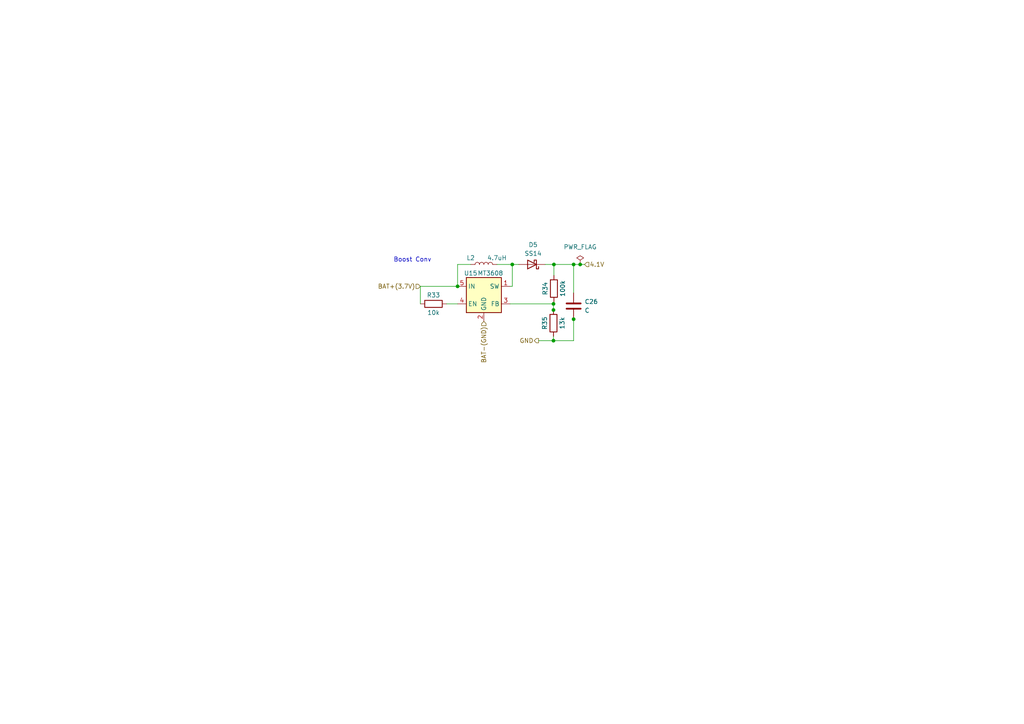
<source format=kicad_sch>
(kicad_sch (version 20250114) (generator "eeschema") (generator_version "9.0")
  (paper "A4")
  (lib_symbols
    (symbol "Device:C" (pin_numbers (hide yes)) (pin_names (offset 0.254))
      (property "Reference" "C" (at 0.635 2.54 0))
      (property "Value" "C" (at 0.635 -2.54 0))
      (symbol "C_0_1"
        (polyline (pts (xy -2.032 0.762) (xy 2.032 0.762)) (stroke (width 0.508)))
        (polyline (pts (xy -2.032 -0.762) (xy 2.032 -0.762)) (stroke (width 0.508)))
      )
      (symbol "C_1_1"
        (pin passive line (at 0 3.81 270) (length 2.794) (name "~") (number "1"))
        (pin passive line (at 0 -3.81 90) (length 2.794) (name "~") (number "2"))
      )
    )
    (symbol "Device:L" (pin_numbers (hide yes)) (pin_names (offset 1.016) (hide yes))
      (property "Reference" "L" (at -1.27 0 90))
      (property "Value" "L" (at 1.905 0 90))
      (symbol "L_0_1"
        (arc (start 0 2.54) (mid 0.6323 1.905) (end 0 1.27))
        (arc (start 0 1.27) (mid 0.6323 0.635) (end 0 0))
        (arc (start 0 0) (mid 0.6323 -0.635) (end 0 -1.27))
        (arc (start 0 -1.27) (mid 0.6323 -1.905) (end 0 -2.54))
      )
      (symbol "L_1_1"
        (pin passive line (at 0 3.81 270) (length 1.27) (name "1") (number "1"))
        (pin passive line (at 0 -3.81 90) (length 1.27) (name "2") (number "2"))
      )
    )
    (symbol "Device:R" (pin_numbers (hide yes)) (pin_names (offset 0))
      (property "Reference" "R" (at 2.032 0 90))
      (property "Value" "R" (at 0 0 90))
      (symbol "R_0_1"
        (rectangle (start -1.016 -2.54) (end 1.016 2.54) (stroke (width 0.254)))
      )
      (symbol "R_1_1"
        (pin passive line (at 0 3.81 270) (length 1.27) (name "~") (number "1"))
        (pin passive line (at 0 -3.81 90) (length 1.27) (name "~") (number "2"))
      )
    )
    (symbol "Diode:SS14" (pin_numbers (hide yes)) (pin_names (offset 1.016) (hide yes))
      (property "Reference" "D" (at 0 2.54 0))
      (property "Value" "SS14" (at 0 -2.54 0))
      (symbol "SS14_0_1"
        (polyline (pts (xy -1.905 0.635) (xy -1.905 1.27) (xy -1.27 1.27) (xy -1.27 -1.27) (xy -0.635 -1.27) (xy -0.635 -0.635)) (stroke (width 0.254)))
        (polyline (pts (xy 1.27 1.27) (xy 1.27 -1.27) (xy -1.27 0) (xy 1.27 1.27)) (stroke (width 0.254)))
        (polyline (pts (xy 1.27 0) (xy -1.27 0)))
      )
      (symbol "SS14_1_1"
        (pin passive line (at -3.81 0 0) (length 2.54) (name "K") (number "1"))
        (pin passive line (at 3.81 0 180) (length 2.54) (name "A") (number "2"))
      )
    )
    (symbol "Regulator_Switching:MT3608"
      (property "Reference" "U" (at -2.54 8.89 0))
      (property "Value" "MT3608" (at -3.81 6.35 0))
      (symbol "MT3608_0_1"
        (rectangle (start -5.08 5.08) (end 5.08 -5.08) (stroke (width 0.254)) (fill (type background)))
      )
      (symbol "MT3608_1_1"
        (pin power_in line (at -7.62 2.54 0) (length 2.54) (name "IN") (number "5"))
        (pin input line (at -7.62 -2.54 0) (length 2.54) (name "EN") (number "4"))
        (pin power_in line (at 0 -7.62 90) (length 2.54) (name "GND") (number "2"))
        (pin no_connect line (at 5.08 0 180) (length 2.54) (hide yes) (name "NC") (number "6"))
        (pin passive line (at 7.62 2.54 180) (length 2.54) (name "SW") (number "1"))
        (pin input line (at 7.62 -2.54 180) (length 2.54) (name "FB") (number "3"))
      )
    )
    (symbol "power:PWR_FLAG" (power) (pin_numbers (hide yes)) (pin_names (offset 0) (hide yes))
      (property "Value" "PWR_FLAG" (at 0 3.81 0))
      (symbol "PWR_FLAG_0_0"
        (pin power_out line (at 0 0 90) (length 0) (name "~") (number "1"))
      )
      (symbol "PWR_FLAG_0_1"
        (polyline (pts (xy 0 0) (xy 0 1.27) (xy -1.016 1.905) (xy 0 2.54) (xy 1.016 1.905) (xy 0 1.27)))
      )
    )
  )
  (text "Boost Conv" (at 119.634 75.438 0) (effects (font (size 1.27 1.27))))
  (junction (at 132.715 83.058))
  (junction (at 160.528 88.138))
  (junction (at 160.528 98.806))
  (junction (at 168.275 76.708))
  (junction (at 166.37 76.708))
  (junction (at 160.528 89.916))
  (junction (at 166.37 92.583))
  (junction (at 160.655 76.708))
  (junction (at 148.59 76.708))
  (wire (pts (xy 121.92 88.138) (xy 121.92 83.058)))
  (wire (pts (xy 148.59 76.708) (xy 150.495 76.708)))
  (wire (pts (xy 166.37 84.963) (xy 166.37 76.708)))
  (wire (pts (xy 156.21 98.806) (xy 160.528 98.806)))
  (wire (pts (xy 148.59 83.058) (xy 148.59 76.708)))
  (wire (pts (xy 166.37 92.456) (xy 166.37 92.583)))
  (wire (pts (xy 132.715 76.708) (xy 132.715 83.058)))
  (wire (pts (xy 166.37 92.583) (xy 166.37 98.806)))
  (wire (pts (xy 166.37 76.708) (xy 160.655 76.708)))
  (wire (pts (xy 147.955 88.138) (xy 160.528 88.138)))
  (wire (pts (xy 160.528 88.138) (xy 160.655 88.138)))
  (wire (pts (xy 144.145 76.708) (xy 148.59 76.708)))
  (wire (pts (xy 160.655 76.708) (xy 158.115 76.708)))
  (wire (pts (xy 121.92 83.058) (xy 132.715 83.058)))
  (wire (pts (xy 160.655 79.883) (xy 160.655 76.708)))
  (wire (pts (xy 168.275 76.708) (xy 169.545 76.708)))
  (wire (pts (xy 166.37 76.708) (xy 168.275 76.708)))
  (wire (pts (xy 160.655 87.503) (xy 160.655 88.138)))
  (wire (pts (xy 160.528 97.536) (xy 160.528 98.806)))
  (wire (pts (xy 129.54 88.138) (xy 132.715 88.138)))
  (wire (pts (xy 147.955 83.058) (xy 148.59 83.058)))
  (wire (pts (xy 160.528 98.806) (xy 166.37 98.806)))
  (wire (pts (xy 136.525 76.708) (xy 132.715 76.708)))
  (wire (pts (xy 160.528 88.138) (xy 160.528 89.916)))
  (wire (pts (xy 160.528 89.916) (xy 160.528 90.043)))
  (hierarchical_label "BAT+(3.7V)" (shape input) (at 121.92 83.058 180))
  (hierarchical_label "GND" (shape output) (at 156.21 98.806 180))
  (hierarchical_label "BAT-(GND)" (shape input) (at 140.335 93.218 270))
  (hierarchical_label "4.1V" (shape input) (at 169.545 76.708 0))
  (symbol (lib_id "Device:R") (at 160.528 93.726 0) (unit 1)
    (property "Reference" "R35" (at 157.988 93.726 90))
    (property "Value" "13k" (at 163.068 93.726 90))
    (property "Footprint" "Resistor_SMD:R_0805_2012Metric" (effects (hide yes)))
    (property "Description" "Resistor" (effects (hide yes)))
  )
  (symbol (lib_id "Device:C") (at 166.37 88.773 180) (unit 1)
    (property "Reference" "C26" (at 169.545 87.5029 0) (effects (justify right)))
    (property "Value" "C" (at 169.545 90.0429 0) (effects (justify right)))
    (property "Footprint" "Capacitor_SMD:C_0805_2012Metric" (effects (hide yes)))
    (property "Description" "Unpolarized capacitor" (effects (hide yes)))
  )
  (symbol (lib_id "Device:L") (at 140.335 76.708 90) (unit 1)
    (property "Reference" "L2" (at 136.525 74.803 90))
    (property "Value" "4.7uH" (at 144.145 74.803 90))
    (property "Footprint" "Inductor_SMD:L_0805_2012Metric" (effects (hide yes)))
    (property "Description" "Inductor" (effects (hide yes)))
  )
  (symbol (lib_id "Device:R") (at 160.655 83.693 0) (unit 1)
    (property "Reference" "R34" (at 158.115 83.693 90))
    (property "Value" "100k" (at 163.195 83.693 90))
    (property "Footprint" "Resistor_SMD:R_0805_2012Metric" (effects (hide yes)))
    (property "Description" "Resistor" (effects (hide yes)))
  )
  (symbol (lib_id "Device:R") (at 125.73 88.138 270) (unit 1)
    (property "Reference" "R33" (at 125.73 85.598 90))
    (property "Value" "10k" (at 125.73 90.678 90))
    (property "Footprint" "Resistor_SMD:R_0805_2012Metric" (effects (hide yes)))
    (property "Description" "Resistor" (effects (hide yes)))
  )
  (symbol (lib_id "power:PWR_FLAG") (at 168.275 76.708 0) (unit 1)
    (property "Reference" "#FLG07" (effects (hide yes)))
    (property "Value" "PWR_FLAG" (at 168.275 71.628 0))
    (property "Description" "Special symbol for telling ERC where power comes from" (effects (hide yes)))
  )
  (symbol (lib_id "Regulator_Switching:MT3608") (at 140.335 85.598 0) (unit 1)
    (property "Reference" "U15" (at 136.525 79.248 0))
    (property "Value" "MT3608" (at 142.24 79.248 0))
    (property "Footprint" "Package_TO_SOT_SMD:SOT-23-6" (effects (hide yes)))
    (property "Datasheet" "https://www.olimex.com/Products/Breadboarding/BB-PWR-3608/resources/MT3608.pdf" (effects (hide yes)))
    (property "Description" "High Efficiency 1.2MHz 2A Step Up Converter, 2-24V Vin, 28V Vout, 4A current limit, 1.2MHz, SOT23-6" (effects (hide yes)))
  )
  (symbol (lib_id "Diode:SS14") (at 154.305 76.708 180) (unit 1)
    (property "Reference" "D5" (at 154.6225 70.993 0))
    (property "Value" "SS14" (at 154.6225 73.533 0))
    (property "Footprint" "Diode_SMD:D_SMA" (effects (hide yes)))
    (property "Datasheet" "https://www.vishay.com/docs/88746/ss12.pdf" (effects (hide yes)))
    (property "Description" "40V 1A Schottky Diode, SMA" (effects (hide yes)))
  )
)
</source>
